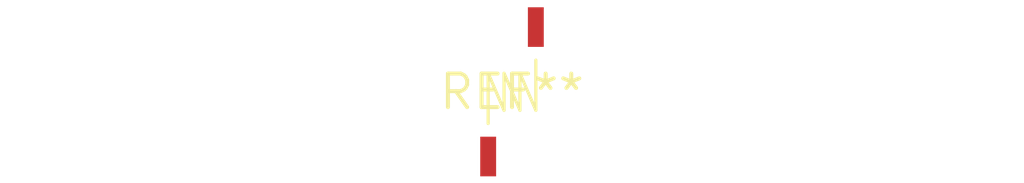
<source format=kicad_pcb>
(kicad_pcb (version 20240108) (generator pcbnew)
  (layers (0 "F.Cu" signal) (31 "B.Cu" signal) (34 "B.Paste" user) (35 "F.Paste" user) (36 "B.SilkS" user "B.Silkscreen") (37 "F.SilkS" user "F.Silkscreen") (38 "B.Mask" user) (39 "F.Mask" user) (44 "Edge.Cuts" user))
  (net 0 "")
  (footprint "L_Neosid_Air-Coil_SML_3turn_HAM0331A" (layer "F.Cu") (at 0 0)
    (property "Reference" "REF**")
    (property "Value" "L_Neosid_Air-Coil_SML_3turn_HAM0331A")
    (fp_line (start -0.9 -0.7) (end -0.3 0.7) (layer "F.SilkS") (stroke (width 0.12)))
    (fp_line (start -0.9 1.2) (end -0.9 -0.7) (layer "F.SilkS") (stroke (width 0.12)))
    (fp_line (start -0.3 -0.7) (end 0.3 0.7) (layer "F.SilkS") (stroke (width 0.12)))
    (fp_line (start -0.3 0.7) (end -0.3 -0.7) (layer "F.SilkS") (stroke (width 0.12)))
    (fp_line (start 0.3 -0.7) (end 0.9 0.7) (layer "F.SilkS") (stroke (width 0.12)))
    (fp_line (start 0.3 0.7) (end 0.3 -0.7) (layer "F.SilkS") (stroke (width 0.12)))
    (fp_line (start 0.9 -1.2) (end 0.9 0.7) (layer "F.SilkS") (stroke (width 0.12)))
    (pad "1" smd rect (at -0.9 2.45) (size 0.6 1.5) (layers "F.Cu" "F.Paste" "F.Mask"))
    (pad "2" smd rect (at 0.9 -2.45) (size 0.6 1.5) (layers "F.Cu" "F.Paste" "F.Mask"))
  )
)
</source>
